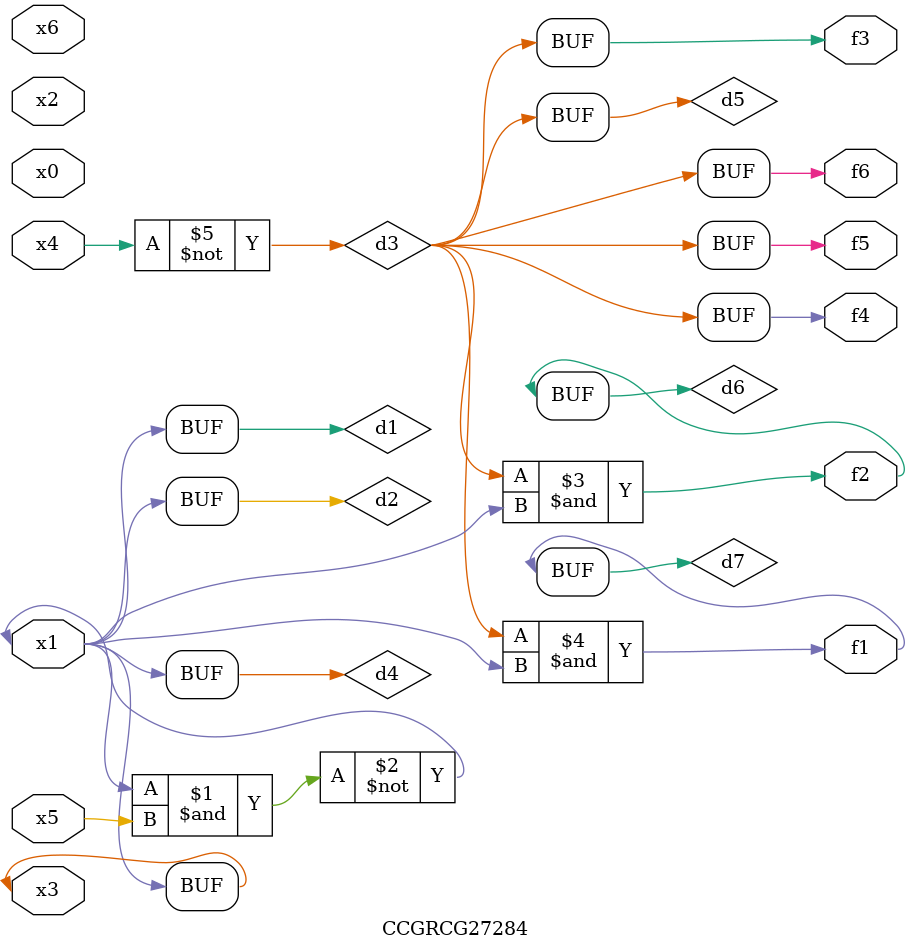
<source format=v>
module CCGRCG27284(
	input x0, x1, x2, x3, x4, x5, x6,
	output f1, f2, f3, f4, f5, f6
);

	wire d1, d2, d3, d4, d5, d6, d7;

	buf (d1, x1, x3);
	nand (d2, x1, x5);
	not (d3, x4);
	buf (d4, d1, d2);
	buf (d5, d3);
	and (d6, d3, d4);
	and (d7, d3, d4);
	assign f1 = d7;
	assign f2 = d6;
	assign f3 = d5;
	assign f4 = d5;
	assign f5 = d5;
	assign f6 = d5;
endmodule

</source>
